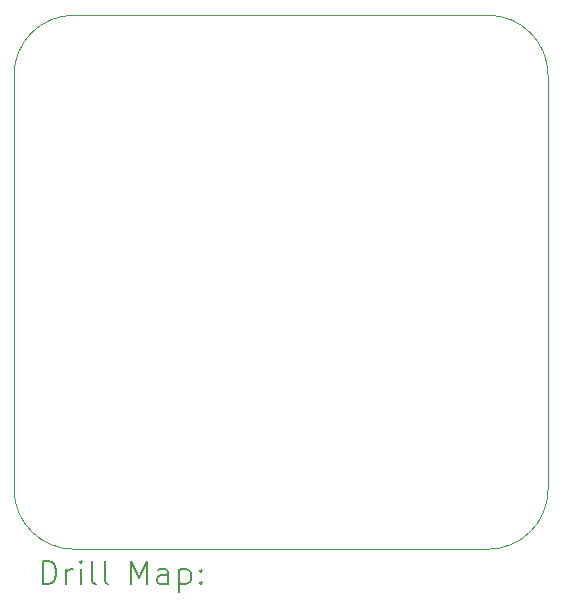
<source format=gbr>
%TF.GenerationSoftware,KiCad,Pcbnew,(7.0.0)*%
%TF.CreationDate,2023-11-22T19:41:54+05:30*%
%TF.ProjectId,Drone_Controller_3.0,44726f6e-655f-4436-9f6e-74726f6c6c65,rev?*%
%TF.SameCoordinates,Original*%
%TF.FileFunction,Drillmap*%
%TF.FilePolarity,Positive*%
%FSLAX45Y45*%
G04 Gerber Fmt 4.5, Leading zero omitted, Abs format (unit mm)*
G04 Created by KiCad (PCBNEW (7.0.0)) date 2023-11-22 19:41:54*
%MOMM*%
%LPD*%
G01*
G04 APERTURE LIST*
%ADD10C,0.100000*%
%ADD11C,0.200000*%
G04 APERTURE END LIST*
D10*
X12725400Y-4571365D02*
X16230600Y-4571365D01*
X16230600Y-9093200D02*
G75*
G03*
X16738600Y-8585200I0J508000D01*
G01*
X16230600Y-9093200D02*
X12725400Y-9093200D01*
X16738600Y-5080000D02*
G75*
G03*
X16230600Y-4572000I-508000J0D01*
G01*
X16738600Y-5080000D02*
X16738600Y-8585200D01*
X12217400Y-8585200D02*
G75*
G03*
X12725400Y-9093200I508000J0D01*
G01*
X12216765Y-5080000D02*
X12216765Y-8585200D01*
X12725400Y-4571365D02*
G75*
G03*
X12216765Y-5080000I0J-508635D01*
G01*
D11*
X12459384Y-9391676D02*
X12459384Y-9191676D01*
X12459384Y-9191676D02*
X12507003Y-9191676D01*
X12507003Y-9191676D02*
X12535575Y-9201200D01*
X12535575Y-9201200D02*
X12554622Y-9220248D01*
X12554622Y-9220248D02*
X12564146Y-9239295D01*
X12564146Y-9239295D02*
X12573670Y-9277390D01*
X12573670Y-9277390D02*
X12573670Y-9305962D01*
X12573670Y-9305962D02*
X12564146Y-9344057D01*
X12564146Y-9344057D02*
X12554622Y-9363105D01*
X12554622Y-9363105D02*
X12535575Y-9382152D01*
X12535575Y-9382152D02*
X12507003Y-9391676D01*
X12507003Y-9391676D02*
X12459384Y-9391676D01*
X12659384Y-9391676D02*
X12659384Y-9258343D01*
X12659384Y-9296438D02*
X12668908Y-9277390D01*
X12668908Y-9277390D02*
X12678432Y-9267867D01*
X12678432Y-9267867D02*
X12697480Y-9258343D01*
X12697480Y-9258343D02*
X12716527Y-9258343D01*
X12783194Y-9391676D02*
X12783194Y-9258343D01*
X12783194Y-9191676D02*
X12773670Y-9201200D01*
X12773670Y-9201200D02*
X12783194Y-9210724D01*
X12783194Y-9210724D02*
X12792718Y-9201200D01*
X12792718Y-9201200D02*
X12783194Y-9191676D01*
X12783194Y-9191676D02*
X12783194Y-9210724D01*
X12907003Y-9391676D02*
X12887956Y-9382152D01*
X12887956Y-9382152D02*
X12878432Y-9363105D01*
X12878432Y-9363105D02*
X12878432Y-9191676D01*
X13011765Y-9391676D02*
X12992718Y-9382152D01*
X12992718Y-9382152D02*
X12983194Y-9363105D01*
X12983194Y-9363105D02*
X12983194Y-9191676D01*
X13207956Y-9391676D02*
X13207956Y-9191676D01*
X13207956Y-9191676D02*
X13274622Y-9334533D01*
X13274622Y-9334533D02*
X13341289Y-9191676D01*
X13341289Y-9191676D02*
X13341289Y-9391676D01*
X13522241Y-9391676D02*
X13522241Y-9286914D01*
X13522241Y-9286914D02*
X13512718Y-9267867D01*
X13512718Y-9267867D02*
X13493670Y-9258343D01*
X13493670Y-9258343D02*
X13455575Y-9258343D01*
X13455575Y-9258343D02*
X13436527Y-9267867D01*
X13522241Y-9382152D02*
X13503194Y-9391676D01*
X13503194Y-9391676D02*
X13455575Y-9391676D01*
X13455575Y-9391676D02*
X13436527Y-9382152D01*
X13436527Y-9382152D02*
X13427003Y-9363105D01*
X13427003Y-9363105D02*
X13427003Y-9344057D01*
X13427003Y-9344057D02*
X13436527Y-9325010D01*
X13436527Y-9325010D02*
X13455575Y-9315486D01*
X13455575Y-9315486D02*
X13503194Y-9315486D01*
X13503194Y-9315486D02*
X13522241Y-9305962D01*
X13617480Y-9258343D02*
X13617480Y-9458343D01*
X13617480Y-9267867D02*
X13636527Y-9258343D01*
X13636527Y-9258343D02*
X13674622Y-9258343D01*
X13674622Y-9258343D02*
X13693670Y-9267867D01*
X13693670Y-9267867D02*
X13703194Y-9277390D01*
X13703194Y-9277390D02*
X13712718Y-9296438D01*
X13712718Y-9296438D02*
X13712718Y-9353581D01*
X13712718Y-9353581D02*
X13703194Y-9372629D01*
X13703194Y-9372629D02*
X13693670Y-9382152D01*
X13693670Y-9382152D02*
X13674622Y-9391676D01*
X13674622Y-9391676D02*
X13636527Y-9391676D01*
X13636527Y-9391676D02*
X13617480Y-9382152D01*
X13798432Y-9372629D02*
X13807956Y-9382152D01*
X13807956Y-9382152D02*
X13798432Y-9391676D01*
X13798432Y-9391676D02*
X13788908Y-9382152D01*
X13788908Y-9382152D02*
X13798432Y-9372629D01*
X13798432Y-9372629D02*
X13798432Y-9391676D01*
X13798432Y-9267867D02*
X13807956Y-9277390D01*
X13807956Y-9277390D02*
X13798432Y-9286914D01*
X13798432Y-9286914D02*
X13788908Y-9277390D01*
X13788908Y-9277390D02*
X13798432Y-9267867D01*
X13798432Y-9267867D02*
X13798432Y-9286914D01*
M02*

</source>
